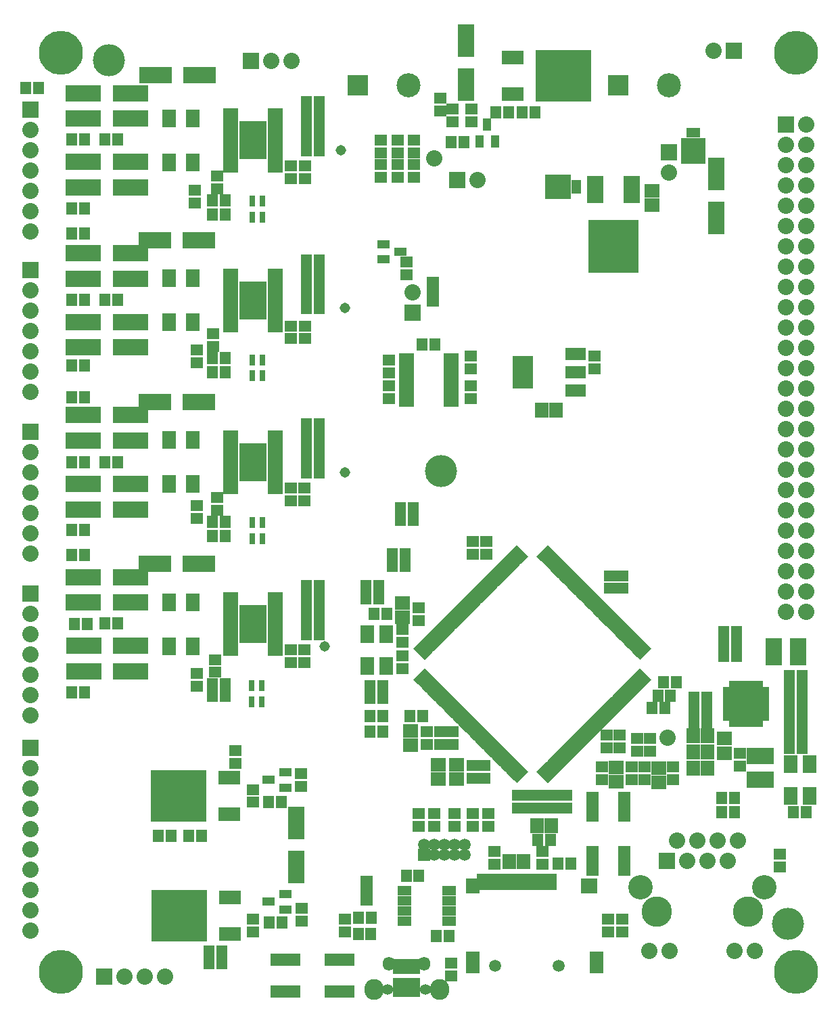
<source format=gts>
G04 (created by PCBNEW-RS274X (2012-01-19 BZR 3256)-stable) date 19/07/2014 16:24:45*
G01*
G70*
G90*
%MOIN*%
G04 Gerber Fmt 3.4, Leading zero omitted, Abs format*
%FSLAX34Y34*%
G04 APERTURE LIST*
%ADD10C,0.006000*%
%ADD11C,0.216900*%
%ADD12R,0.098700X0.098700*%
%ADD13C,0.118400*%
%ADD14R,0.134200X0.094800*%
%ADD15O,0.059400X0.069200*%
%ADD16R,0.035700X0.073100*%
%ADD17O,0.094800X0.102700*%
%ADD18C,0.053500*%
%ADD19R,0.083000X0.138100*%
%ADD20R,0.248300X0.264100*%
%ADD21R,0.080000X0.080000*%
%ADD22C,0.080000*%
%ADD23R,0.077900X0.036500*%
%ADD24R,0.138100X0.190100*%
%ADD25R,0.059400X0.146000*%
%ADD26R,0.146000X0.059400*%
%ADD27R,0.059400X0.043600*%
%ADD28R,0.043600X0.059400*%
%ADD29R,0.100000X0.164000*%
%ADD30R,0.100000X0.060000*%
%ADD31R,0.161700X0.083000*%
%ADD32R,0.083000X0.161700*%
%ADD33R,0.057400X0.059400*%
%ADD34R,0.059400X0.057400*%
%ADD35R,0.065300X0.090900*%
%ADD36R,0.065300X0.077100*%
%ADD37R,0.077100X0.065300*%
%ADD38R,0.110600X0.071200*%
%ADD39R,0.275900X0.252300*%
%ADD40R,0.134200X0.079100*%
%ADD41R,0.079100X0.134200*%
%ADD42R,0.059400X0.059400*%
%ADD43C,0.059400*%
%ADD44R,0.063300X0.098700*%
%ADD45R,0.063300X0.051500*%
%ADD46R,0.067200X0.106600*%
%ADD47R,0.067200X0.075100*%
%ADD48R,0.083000X0.075100*%
%ADD49R,0.047600X0.083000*%
%ADD50R,0.070000X0.045000*%
%ADD51R,0.029800X0.043600*%
%ADD52R,0.043600X0.029800*%
%ADD53R,0.149900X0.149900*%
%ADD54R,0.120000X0.125100*%
%ADD55R,0.070000X0.050000*%
%ADD56R,0.125100X0.120000*%
%ADD57R,0.050000X0.070000*%
%ADD58C,0.149900*%
%ADD59C,0.120000*%
%ADD60R,0.067200X0.090900*%
%ADD61C,0.051500*%
%ADD62C,0.157600*%
%ADD63R,0.029000X0.054000*%
%ADD64R,0.173500X0.079800*%
G04 APERTURE END LIST*
G54D10*
G54D11*
X02754Y01575D03*
G54D12*
X17390Y45236D03*
G54D13*
X19890Y45236D03*
G54D14*
X19781Y00787D03*
G54D15*
X18905Y01968D03*
G54D16*
X19781Y01840D03*
X19525Y01840D03*
X19269Y01840D03*
X20037Y01840D03*
X20293Y01840D03*
G54D15*
X20657Y01968D03*
G54D17*
X21395Y00716D03*
X18167Y00716D03*
G54D18*
X20716Y00716D03*
X18846Y00716D03*
G54D19*
X30890Y40115D03*
G54D20*
X29990Y37288D03*
G54D19*
X29090Y40115D03*
G54D21*
X12114Y46430D03*
G54D22*
X13114Y46430D03*
X14114Y46430D03*
G54D23*
X13303Y34515D03*
X13303Y34771D03*
X13303Y35027D03*
X13303Y35283D03*
X11101Y33751D03*
X13303Y33747D03*
X13303Y34003D03*
X13303Y34259D03*
X11099Y35539D03*
X11099Y35283D03*
X11099Y35027D03*
X11099Y34771D03*
X11099Y34515D03*
X11099Y34259D03*
X13303Y35539D03*
X11101Y34003D03*
X13303Y33491D03*
X13303Y35795D03*
X11099Y35795D03*
X11099Y33491D03*
X13303Y33236D03*
X13303Y36050D03*
X11099Y36050D03*
X11099Y33236D03*
G54D24*
X12201Y34643D03*
G54D23*
X13302Y26542D03*
X13302Y26798D03*
X13302Y27054D03*
X13302Y27310D03*
X11100Y25778D03*
X13302Y25774D03*
X13302Y26030D03*
X13302Y26286D03*
X11098Y27566D03*
X11098Y27310D03*
X11098Y27054D03*
X11098Y26798D03*
X11098Y26542D03*
X11098Y26286D03*
X13302Y27566D03*
X11100Y26030D03*
X13302Y25518D03*
X13302Y27822D03*
X11098Y27822D03*
X11098Y25518D03*
X13302Y25263D03*
X13302Y28077D03*
X11098Y28077D03*
X11098Y25263D03*
G54D24*
X12200Y26670D03*
G54D23*
X13302Y18571D03*
X13302Y18827D03*
X13302Y19083D03*
X13302Y19339D03*
X11100Y17807D03*
X13302Y17803D03*
X13302Y18059D03*
X13302Y18315D03*
X11098Y19595D03*
X11098Y19339D03*
X11098Y19083D03*
X11098Y18827D03*
X11098Y18571D03*
X11098Y18315D03*
X13302Y19595D03*
X11100Y18059D03*
X13302Y17547D03*
X13302Y19851D03*
X11098Y19851D03*
X11098Y17547D03*
X13302Y17292D03*
X13302Y20106D03*
X11098Y20106D03*
X11098Y17292D03*
G54D24*
X12200Y18699D03*
G54D23*
X13304Y42391D03*
X13304Y42647D03*
X13304Y42903D03*
X13304Y43159D03*
X11102Y41627D03*
X13304Y41623D03*
X13304Y41879D03*
X13304Y42135D03*
X11100Y43415D03*
X11100Y43159D03*
X11100Y42903D03*
X11100Y42647D03*
X11100Y42391D03*
X11100Y42135D03*
X13304Y43415D03*
X11102Y41879D03*
X13304Y41367D03*
X13304Y43671D03*
X11100Y43671D03*
X11100Y41367D03*
X13304Y41112D03*
X13304Y43926D03*
X11100Y43926D03*
X11100Y41112D03*
G54D24*
X12202Y42519D03*
G54D23*
X19762Y30837D03*
X19762Y30581D03*
X19762Y30325D03*
X19762Y30069D03*
X21964Y31601D03*
X19762Y31605D03*
X19762Y31349D03*
X19762Y31093D03*
X21966Y29813D03*
X21966Y30069D03*
X21966Y30325D03*
X21966Y30581D03*
X21966Y30837D03*
X21966Y31093D03*
X19762Y29813D03*
X21964Y31349D03*
X19762Y31861D03*
X19762Y29557D03*
X21966Y29557D03*
X21966Y31861D03*
G54D25*
X30509Y07027D03*
X30509Y09705D03*
X28935Y09705D03*
X28935Y07027D03*
G54D26*
X13816Y00591D03*
X16494Y00591D03*
X16494Y02165D03*
X13816Y02165D03*
G54D27*
X13800Y04645D03*
X12968Y05020D03*
X13800Y05395D03*
X13800Y10649D03*
X12968Y11024D03*
X13800Y11399D03*
G54D28*
X23383Y42478D03*
X23758Y43310D03*
X24133Y42478D03*
G54D29*
X25509Y31106D03*
G54D30*
X28109Y31106D03*
X28109Y32006D03*
X28109Y30206D03*
G54D31*
X09577Y45748D03*
X07411Y45748D03*
X09546Y21654D03*
X07380Y21654D03*
X09546Y37598D03*
X07380Y37598D03*
X09546Y29626D03*
X07380Y29626D03*
G54D32*
X35029Y40855D03*
X35029Y38689D03*
G54D33*
X35411Y18307D03*
X36041Y18307D03*
X39288Y16142D03*
X38658Y16142D03*
X39288Y15551D03*
X38658Y15551D03*
X35411Y17717D03*
X36041Y17717D03*
X35411Y17126D03*
X36041Y17126D03*
X39288Y14370D03*
X38658Y14370D03*
X39288Y14961D03*
X38658Y14961D03*
X33934Y14469D03*
X34564Y14469D03*
X33934Y15059D03*
X34564Y15059D03*
X38658Y13189D03*
X39288Y13189D03*
G54D34*
X22045Y43445D03*
X22045Y44075D03*
X22990Y43445D03*
X22990Y44075D03*
X12202Y09921D03*
X12202Y10551D03*
X18896Y29803D03*
X18896Y30433D03*
X20372Y09370D03*
X20372Y08740D03*
G54D33*
X20096Y23819D03*
X19466Y23819D03*
G54D34*
X16731Y03524D03*
X16731Y04154D03*
G54D33*
X17990Y14173D03*
X18620Y14173D03*
X17990Y13386D03*
X18620Y13386D03*
X39289Y13780D03*
X38659Y13780D03*
X33934Y13878D03*
X34564Y13878D03*
G54D34*
X29722Y04154D03*
X29722Y03524D03*
X30411Y03524D03*
X30411Y04154D03*
G54D33*
X13601Y09942D03*
X12971Y09942D03*
X13640Y04016D03*
X13010Y04016D03*
G54D34*
X12222Y04154D03*
X12222Y03524D03*
X18896Y31713D03*
X18896Y31083D03*
G54D33*
X19703Y21555D03*
X19073Y21555D03*
G54D34*
X31159Y12441D03*
X31159Y13071D03*
G54D33*
X18423Y19980D03*
X17793Y19980D03*
X38856Y09449D03*
X39486Y09449D03*
X39289Y12598D03*
X38659Y12598D03*
X35313Y10138D03*
X35943Y10138D03*
X35313Y09449D03*
X35943Y09449D03*
X19703Y22146D03*
X19073Y22146D03*
X20096Y24409D03*
X19466Y24409D03*
G54D34*
X31789Y12441D03*
X31789Y13071D03*
G54D33*
X18423Y20571D03*
X17793Y20571D03*
G54D34*
X09447Y31575D03*
X09447Y32205D03*
G54D33*
X15470Y35433D03*
X14840Y35433D03*
X14841Y34839D03*
X15471Y34839D03*
X18620Y15650D03*
X17990Y15650D03*
X14840Y34252D03*
X15470Y34252D03*
G54D34*
X14762Y33382D03*
X14762Y32752D03*
G54D33*
X14840Y36024D03*
X15470Y36024D03*
G54D34*
X14073Y32752D03*
X14073Y33382D03*
X09447Y15630D03*
X09447Y16260D03*
G54D33*
X15470Y19390D03*
X14840Y19390D03*
X14839Y18796D03*
X15469Y18796D03*
G54D34*
X21159Y09370D03*
X21159Y08740D03*
G54D33*
X14840Y18209D03*
X15470Y18209D03*
G54D34*
X14760Y17438D03*
X14760Y16808D03*
G54D33*
X14840Y19980D03*
X15470Y19980D03*
G54D34*
X14071Y16808D03*
X14071Y17438D03*
X09348Y39449D03*
X09348Y40079D03*
G54D33*
X15470Y43209D03*
X14840Y43209D03*
X14842Y42617D03*
X15472Y42617D03*
X14840Y42028D03*
X15470Y42028D03*
G54D34*
X14763Y41258D03*
X14763Y40628D03*
G54D33*
X14840Y43799D03*
X15470Y43799D03*
G54D34*
X14074Y40628D03*
X14074Y41258D03*
X09447Y23898D03*
X09447Y24528D03*
G54D33*
X15470Y27362D03*
X14840Y27362D03*
X14840Y26768D03*
X15470Y26768D03*
X14840Y26181D03*
X15470Y26181D03*
G54D34*
X14761Y25410D03*
X14761Y24780D03*
G54D33*
X14840Y27953D03*
X15470Y27953D03*
G54D34*
X14072Y24780D03*
X14072Y25410D03*
X22144Y09370D03*
X22144Y08740D03*
G54D35*
X09250Y41437D03*
X08068Y41437D03*
G54D36*
X33895Y12402D03*
X34603Y12402D03*
X33895Y13189D03*
X34603Y13189D03*
G54D33*
X17400Y03445D03*
X18015Y03445D03*
G54D37*
X35431Y13052D03*
X35431Y12344D03*
G54D36*
X26435Y29248D03*
X27143Y29248D03*
G54D35*
X09250Y25591D03*
X08068Y25591D03*
X09250Y27756D03*
X08068Y27756D03*
X09250Y43602D03*
X08068Y43602D03*
X09250Y33563D03*
X08068Y33563D03*
X09250Y17618D03*
X08068Y17618D03*
X09250Y35728D03*
X08068Y35728D03*
X09250Y19783D03*
X08068Y19783D03*
G54D34*
X22932Y31279D03*
X22932Y31909D03*
G54D38*
X11063Y03431D03*
G54D39*
X08563Y04331D03*
G54D38*
X11063Y05231D03*
X11061Y09336D03*
G54D39*
X08561Y10236D03*
G54D38*
X11061Y11136D03*
X25018Y46609D03*
G54D39*
X27518Y45709D03*
G54D38*
X25018Y44809D03*
G54D33*
X08187Y08268D03*
X07557Y08268D03*
X10667Y02003D03*
X10037Y02003D03*
X24821Y43898D03*
X24191Y43898D03*
X10052Y02578D03*
X10667Y02578D03*
X09663Y08268D03*
X09048Y08268D03*
X26100Y43898D03*
X25485Y43898D03*
G54D21*
X01248Y44019D03*
G54D22*
X01248Y43019D03*
X01248Y42019D03*
X01248Y41019D03*
X01248Y40019D03*
X01248Y39019D03*
X01248Y38019D03*
G54D21*
X01248Y36143D03*
G54D22*
X01248Y35143D03*
X01248Y34143D03*
X01248Y33143D03*
X01248Y32143D03*
X01248Y31143D03*
X01248Y30143D03*
G54D21*
X01248Y28170D03*
G54D22*
X01248Y27170D03*
X01248Y26170D03*
X01248Y25170D03*
X01248Y24170D03*
X01248Y23170D03*
X01248Y22170D03*
G54D21*
X01248Y20199D03*
G54D22*
X01248Y19199D03*
X01248Y18199D03*
X01248Y17199D03*
X01248Y16199D03*
X01248Y15199D03*
X01248Y14199D03*
G54D21*
X35911Y46929D03*
G54D22*
X34911Y46929D03*
G54D34*
X22932Y30432D03*
X22932Y29802D03*
X36218Y12323D03*
X36218Y11693D03*
G54D40*
X37203Y12205D03*
X37203Y11023D03*
G54D41*
X37891Y17323D03*
X39073Y17323D03*
G54D36*
X34604Y11614D03*
X33896Y11614D03*
G54D33*
X10844Y31791D03*
X10214Y31791D03*
X10844Y39567D03*
X10214Y39567D03*
X10844Y15748D03*
X10214Y15748D03*
X10844Y23720D03*
X10214Y23720D03*
X10214Y31102D03*
X10829Y31102D03*
X10214Y38878D03*
X10829Y38878D03*
X10214Y15157D03*
X10829Y15157D03*
X10214Y23031D03*
X10829Y23031D03*
X14840Y28543D03*
X15470Y28543D03*
X14840Y44390D03*
X15470Y44390D03*
X14840Y36614D03*
X15470Y36614D03*
X14840Y20571D03*
X15470Y20571D03*
G54D36*
X25549Y06988D03*
X24841Y06988D03*
G54D42*
X20651Y07329D03*
G54D43*
X20651Y07829D03*
X21151Y07329D03*
X21151Y07829D03*
X21651Y07329D03*
X21651Y07829D03*
X22151Y07329D03*
X22151Y07829D03*
X22651Y07329D03*
X22651Y07829D03*
G54D44*
X17813Y05807D03*
G54D45*
X17813Y05059D03*
G54D43*
X24140Y01870D03*
X27282Y01870D03*
G54D46*
X23030Y02027D03*
X29132Y02027D03*
G54D47*
X23030Y05807D03*
G54D48*
X28778Y05807D03*
G54D49*
X26947Y06004D03*
X26514Y06004D03*
X26081Y06004D03*
X25648Y06004D03*
X25215Y06004D03*
X24782Y06004D03*
X24349Y06004D03*
X23916Y06004D03*
X23483Y06004D03*
G54D34*
X32911Y11024D03*
X32911Y11654D03*
X30864Y11024D03*
X30864Y11654D03*
G54D33*
X18187Y19193D03*
X18817Y19193D03*
G54D34*
X27655Y10256D03*
X27655Y09626D03*
G54D33*
X26258Y08071D03*
X26888Y08071D03*
G54D34*
X20766Y13406D03*
X20766Y12776D03*
G54D10*
G36*
X25554Y21813D02*
X24995Y22372D01*
X25214Y22591D01*
X25773Y22032D01*
X25554Y21813D01*
X25554Y21813D01*
G37*
G36*
X25414Y21674D02*
X24855Y22233D01*
X25074Y22452D01*
X25633Y21893D01*
X25414Y21674D01*
X25414Y21674D01*
G37*
G36*
X25275Y21535D02*
X24716Y22094D01*
X24935Y22313D01*
X25494Y21754D01*
X25275Y21535D01*
X25275Y21535D01*
G37*
G36*
X25136Y21395D02*
X24577Y21954D01*
X24796Y22173D01*
X25355Y21614D01*
X25136Y21395D01*
X25136Y21395D01*
G37*
G36*
X24997Y21256D02*
X24438Y21815D01*
X24657Y22034D01*
X25216Y21475D01*
X24997Y21256D01*
X24997Y21256D01*
G37*
G36*
X24858Y21117D02*
X24299Y21676D01*
X24518Y21895D01*
X25077Y21336D01*
X24858Y21117D01*
X24858Y21117D01*
G37*
G36*
X24719Y20978D02*
X24160Y21537D01*
X24379Y21756D01*
X24938Y21197D01*
X24719Y20978D01*
X24719Y20978D01*
G37*
G36*
X24579Y20839D02*
X24020Y21398D01*
X24239Y21617D01*
X24798Y21058D01*
X24579Y20839D01*
X24579Y20839D01*
G37*
G36*
X24440Y20699D02*
X23881Y21258D01*
X24100Y21477D01*
X24659Y20918D01*
X24440Y20699D01*
X24440Y20699D01*
G37*
G36*
X24301Y20560D02*
X23742Y21119D01*
X23961Y21338D01*
X24520Y20779D01*
X24301Y20560D01*
X24301Y20560D01*
G37*
G36*
X24161Y20421D02*
X23602Y20980D01*
X23821Y21199D01*
X24380Y20640D01*
X24161Y20421D01*
X24161Y20421D01*
G37*
G36*
X24023Y20282D02*
X23464Y20841D01*
X23683Y21060D01*
X24242Y20501D01*
X24023Y20282D01*
X24023Y20282D01*
G37*
G36*
X23884Y20143D02*
X23325Y20702D01*
X23544Y20921D01*
X24103Y20362D01*
X23884Y20143D01*
X23884Y20143D01*
G37*
G36*
X23744Y20004D02*
X23185Y20563D01*
X23404Y20782D01*
X23963Y20223D01*
X23744Y20004D01*
X23744Y20004D01*
G37*
G36*
X23605Y19864D02*
X23046Y20423D01*
X23265Y20642D01*
X23824Y20083D01*
X23605Y19864D01*
X23605Y19864D01*
G37*
G36*
X23466Y19725D02*
X22907Y20284D01*
X23126Y20503D01*
X23685Y19944D01*
X23466Y19725D01*
X23466Y19725D01*
G37*
G36*
X23326Y19586D02*
X22767Y20145D01*
X22986Y20364D01*
X23545Y19805D01*
X23326Y19586D01*
X23326Y19586D01*
G37*
G36*
X23187Y19446D02*
X22628Y20005D01*
X22847Y20224D01*
X23406Y19665D01*
X23187Y19446D01*
X23187Y19446D01*
G37*
G36*
X23049Y19308D02*
X22490Y19867D01*
X22709Y20086D01*
X23268Y19527D01*
X23049Y19308D01*
X23049Y19308D01*
G37*
G36*
X22909Y19169D02*
X22350Y19728D01*
X22569Y19947D01*
X23128Y19388D01*
X22909Y19169D01*
X22909Y19169D01*
G37*
G36*
X22770Y19029D02*
X22211Y19588D01*
X22430Y19807D01*
X22989Y19248D01*
X22770Y19029D01*
X22770Y19029D01*
G37*
G36*
X22631Y18890D02*
X22072Y19449D01*
X22291Y19668D01*
X22850Y19109D01*
X22631Y18890D01*
X22631Y18890D01*
G37*
G36*
X22491Y18751D02*
X21932Y19310D01*
X22151Y19529D01*
X22710Y18970D01*
X22491Y18751D01*
X22491Y18751D01*
G37*
G36*
X22352Y18611D02*
X21793Y19170D01*
X22012Y19389D01*
X22571Y18830D01*
X22352Y18611D01*
X22352Y18611D01*
G37*
G36*
X22213Y18472D02*
X21654Y19031D01*
X21873Y19250D01*
X22432Y18691D01*
X22213Y18472D01*
X22213Y18472D01*
G37*
G36*
X22074Y18334D02*
X21515Y18893D01*
X21734Y19112D01*
X22293Y18553D01*
X22074Y18334D01*
X22074Y18334D01*
G37*
G36*
X21935Y18194D02*
X21376Y18753D01*
X21595Y18972D01*
X22154Y18413D01*
X21935Y18194D01*
X21935Y18194D01*
G37*
G36*
X21796Y18055D02*
X21237Y18614D01*
X21456Y18833D01*
X22015Y18274D01*
X21796Y18055D01*
X21796Y18055D01*
G37*
G36*
X21656Y17916D02*
X21097Y18475D01*
X21316Y18694D01*
X21875Y18135D01*
X21656Y17916D01*
X21656Y17916D01*
G37*
G36*
X21517Y17776D02*
X20958Y18335D01*
X21177Y18554D01*
X21736Y17995D01*
X21517Y17776D01*
X21517Y17776D01*
G37*
G36*
X21378Y17637D02*
X20819Y18196D01*
X21038Y18415D01*
X21597Y17856D01*
X21378Y17637D01*
X21378Y17637D01*
G37*
G36*
X21239Y17498D02*
X20680Y18057D01*
X20899Y18276D01*
X21458Y17717D01*
X21239Y17498D01*
X21239Y17498D01*
G37*
G36*
X21100Y17359D02*
X20541Y17918D01*
X20760Y18137D01*
X21319Y17578D01*
X21100Y17359D01*
X21100Y17359D01*
G37*
G36*
X20960Y17220D02*
X20401Y17779D01*
X20620Y17998D01*
X21179Y17439D01*
X20960Y17220D01*
X20960Y17220D01*
G37*
G36*
X20821Y17081D02*
X20262Y17640D01*
X20481Y17859D01*
X21040Y17300D01*
X20821Y17081D01*
X20821Y17081D01*
G37*
G36*
X20682Y16941D02*
X20123Y17500D01*
X20342Y17719D01*
X20901Y17160D01*
X20682Y16941D01*
X20682Y16941D01*
G37*
G36*
X26750Y10873D02*
X26191Y11432D01*
X26410Y11651D01*
X26969Y11092D01*
X26750Y10873D01*
X26750Y10873D01*
G37*
G36*
X26890Y11012D02*
X26331Y11571D01*
X26550Y11790D01*
X27109Y11231D01*
X26890Y11012D01*
X26890Y11012D01*
G37*
G36*
X27029Y11151D02*
X26470Y11710D01*
X26689Y11929D01*
X27248Y11370D01*
X27029Y11151D01*
X27029Y11151D01*
G37*
G36*
X27168Y11291D02*
X26609Y11850D01*
X26828Y12069D01*
X27387Y11510D01*
X27168Y11291D01*
X27168Y11291D01*
G37*
G36*
X27307Y11430D02*
X26748Y11989D01*
X26967Y12208D01*
X27526Y11649D01*
X27307Y11430D01*
X27307Y11430D01*
G37*
G36*
X27446Y11569D02*
X26887Y12128D01*
X27106Y12347D01*
X27665Y11788D01*
X27446Y11569D01*
X27446Y11569D01*
G37*
G36*
X27585Y11708D02*
X27026Y12267D01*
X27245Y12486D01*
X27804Y11927D01*
X27585Y11708D01*
X27585Y11708D01*
G37*
G36*
X27725Y11847D02*
X27166Y12406D01*
X27385Y12625D01*
X27944Y12066D01*
X27725Y11847D01*
X27725Y11847D01*
G37*
G36*
X27864Y11987D02*
X27305Y12546D01*
X27524Y12765D01*
X28083Y12206D01*
X27864Y11987D01*
X27864Y11987D01*
G37*
G36*
X28003Y12126D02*
X27444Y12685D01*
X27663Y12904D01*
X28222Y12345D01*
X28003Y12126D01*
X28003Y12126D01*
G37*
G36*
X28143Y12265D02*
X27584Y12824D01*
X27803Y13043D01*
X28362Y12484D01*
X28143Y12265D01*
X28143Y12265D01*
G37*
G36*
X28281Y12404D02*
X27722Y12963D01*
X27941Y13182D01*
X28500Y12623D01*
X28281Y12404D01*
X28281Y12404D01*
G37*
G36*
X28420Y12543D02*
X27861Y13102D01*
X28080Y13321D01*
X28639Y12762D01*
X28420Y12543D01*
X28420Y12543D01*
G37*
G36*
X28560Y12682D02*
X28001Y13241D01*
X28220Y13460D01*
X28779Y12901D01*
X28560Y12682D01*
X28560Y12682D01*
G37*
G36*
X28699Y12822D02*
X28140Y13381D01*
X28359Y13600D01*
X28918Y13041D01*
X28699Y12822D01*
X28699Y12822D01*
G37*
G36*
X28838Y12961D02*
X28279Y13520D01*
X28498Y13739D01*
X29057Y13180D01*
X28838Y12961D01*
X28838Y12961D01*
G37*
G36*
X28978Y13100D02*
X28419Y13659D01*
X28638Y13878D01*
X29197Y13319D01*
X28978Y13100D01*
X28978Y13100D01*
G37*
G36*
X29117Y13240D02*
X28558Y13799D01*
X28777Y14018D01*
X29336Y13459D01*
X29117Y13240D01*
X29117Y13240D01*
G37*
G36*
X29255Y13378D02*
X28696Y13937D01*
X28915Y14156D01*
X29474Y13597D01*
X29255Y13378D01*
X29255Y13378D01*
G37*
G36*
X29395Y13517D02*
X28836Y14076D01*
X29055Y14295D01*
X29614Y13736D01*
X29395Y13517D01*
X29395Y13517D01*
G37*
G36*
X29534Y13657D02*
X28975Y14216D01*
X29194Y14435D01*
X29753Y13876D01*
X29534Y13657D01*
X29534Y13657D01*
G37*
G36*
X29673Y13796D02*
X29114Y14355D01*
X29333Y14574D01*
X29892Y14015D01*
X29673Y13796D01*
X29673Y13796D01*
G37*
G36*
X29813Y13935D02*
X29254Y14494D01*
X29473Y14713D01*
X30032Y14154D01*
X29813Y13935D01*
X29813Y13935D01*
G37*
G36*
X29952Y14075D02*
X29393Y14634D01*
X29612Y14853D01*
X30171Y14294D01*
X29952Y14075D01*
X29952Y14075D01*
G37*
G36*
X30091Y14214D02*
X29532Y14773D01*
X29751Y14992D01*
X30310Y14433D01*
X30091Y14214D01*
X30091Y14214D01*
G37*
G36*
X30230Y14352D02*
X29671Y14911D01*
X29890Y15130D01*
X30449Y14571D01*
X30230Y14352D01*
X30230Y14352D01*
G37*
G36*
X30369Y14492D02*
X29810Y15051D01*
X30029Y15270D01*
X30588Y14711D01*
X30369Y14492D01*
X30369Y14492D01*
G37*
G36*
X30508Y14631D02*
X29949Y15190D01*
X30168Y15409D01*
X30727Y14850D01*
X30508Y14631D01*
X30508Y14631D01*
G37*
G36*
X30648Y14770D02*
X30089Y15329D01*
X30308Y15548D01*
X30867Y14989D01*
X30648Y14770D01*
X30648Y14770D01*
G37*
G36*
X30787Y14910D02*
X30228Y15469D01*
X30447Y15688D01*
X31006Y15129D01*
X30787Y14910D01*
X30787Y14910D01*
G37*
G36*
X30926Y15049D02*
X30367Y15608D01*
X30586Y15827D01*
X31145Y15268D01*
X30926Y15049D01*
X30926Y15049D01*
G37*
G36*
X31065Y15188D02*
X30506Y15747D01*
X30725Y15966D01*
X31284Y15407D01*
X31065Y15188D01*
X31065Y15188D01*
G37*
G36*
X31204Y15327D02*
X30645Y15886D01*
X30864Y16105D01*
X31423Y15546D01*
X31204Y15327D01*
X31204Y15327D01*
G37*
G36*
X31344Y15466D02*
X30785Y16025D01*
X31004Y16244D01*
X31563Y15685D01*
X31344Y15466D01*
X31344Y15466D01*
G37*
G36*
X31483Y15605D02*
X30924Y16164D01*
X31143Y16383D01*
X31702Y15824D01*
X31483Y15605D01*
X31483Y15605D01*
G37*
G36*
X31622Y15745D02*
X31063Y16304D01*
X31282Y16523D01*
X31841Y15964D01*
X31622Y15745D01*
X31622Y15745D01*
G37*
G36*
X20342Y15745D02*
X20123Y15964D01*
X20682Y16523D01*
X20901Y16304D01*
X20342Y15745D01*
X20342Y15745D01*
G37*
G36*
X20481Y15605D02*
X20262Y15824D01*
X20821Y16383D01*
X21040Y16164D01*
X20481Y15605D01*
X20481Y15605D01*
G37*
G36*
X20620Y15466D02*
X20401Y15685D01*
X20960Y16244D01*
X21179Y16025D01*
X20620Y15466D01*
X20620Y15466D01*
G37*
G36*
X20760Y15327D02*
X20541Y15546D01*
X21100Y16105D01*
X21319Y15886D01*
X20760Y15327D01*
X20760Y15327D01*
G37*
G36*
X20899Y15188D02*
X20680Y15407D01*
X21239Y15966D01*
X21458Y15747D01*
X20899Y15188D01*
X20899Y15188D01*
G37*
G36*
X21038Y15049D02*
X20819Y15268D01*
X21378Y15827D01*
X21597Y15608D01*
X21038Y15049D01*
X21038Y15049D01*
G37*
G36*
X21177Y14910D02*
X20958Y15129D01*
X21517Y15688D01*
X21736Y15469D01*
X21177Y14910D01*
X21177Y14910D01*
G37*
G36*
X21316Y14770D02*
X21097Y14989D01*
X21656Y15548D01*
X21875Y15329D01*
X21316Y14770D01*
X21316Y14770D01*
G37*
G36*
X21456Y14631D02*
X21237Y14850D01*
X21796Y15409D01*
X22015Y15190D01*
X21456Y14631D01*
X21456Y14631D01*
G37*
G36*
X21595Y14492D02*
X21376Y14711D01*
X21935Y15270D01*
X22154Y15051D01*
X21595Y14492D01*
X21595Y14492D01*
G37*
G36*
X21734Y14352D02*
X21515Y14571D01*
X22074Y15130D01*
X22293Y14911D01*
X21734Y14352D01*
X21734Y14352D01*
G37*
G36*
X21873Y14214D02*
X21654Y14433D01*
X22213Y14992D01*
X22432Y14773D01*
X21873Y14214D01*
X21873Y14214D01*
G37*
G36*
X22012Y14075D02*
X21793Y14294D01*
X22352Y14853D01*
X22571Y14634D01*
X22012Y14075D01*
X22012Y14075D01*
G37*
G36*
X22151Y13935D02*
X21932Y14154D01*
X22491Y14713D01*
X22710Y14494D01*
X22151Y13935D01*
X22151Y13935D01*
G37*
G36*
X22291Y13796D02*
X22072Y14015D01*
X22631Y14574D01*
X22850Y14355D01*
X22291Y13796D01*
X22291Y13796D01*
G37*
G36*
X22430Y13657D02*
X22211Y13876D01*
X22770Y14435D01*
X22989Y14216D01*
X22430Y13657D01*
X22430Y13657D01*
G37*
G36*
X22569Y13517D02*
X22350Y13736D01*
X22909Y14295D01*
X23128Y14076D01*
X22569Y13517D01*
X22569Y13517D01*
G37*
G36*
X22709Y13378D02*
X22490Y13597D01*
X23049Y14156D01*
X23268Y13937D01*
X22709Y13378D01*
X22709Y13378D01*
G37*
G36*
X22847Y13240D02*
X22628Y13459D01*
X23187Y14018D01*
X23406Y13799D01*
X22847Y13240D01*
X22847Y13240D01*
G37*
G36*
X22986Y13100D02*
X22767Y13319D01*
X23326Y13878D01*
X23545Y13659D01*
X22986Y13100D01*
X22986Y13100D01*
G37*
G36*
X23126Y12961D02*
X22907Y13180D01*
X23466Y13739D01*
X23685Y13520D01*
X23126Y12961D01*
X23126Y12961D01*
G37*
G36*
X23265Y12822D02*
X23046Y13041D01*
X23605Y13600D01*
X23824Y13381D01*
X23265Y12822D01*
X23265Y12822D01*
G37*
G36*
X23404Y12682D02*
X23185Y12901D01*
X23744Y13460D01*
X23963Y13241D01*
X23404Y12682D01*
X23404Y12682D01*
G37*
G36*
X23544Y12543D02*
X23325Y12762D01*
X23884Y13321D01*
X24103Y13102D01*
X23544Y12543D01*
X23544Y12543D01*
G37*
G36*
X23683Y12404D02*
X23464Y12623D01*
X24023Y13182D01*
X24242Y12963D01*
X23683Y12404D01*
X23683Y12404D01*
G37*
G36*
X23821Y12265D02*
X23602Y12484D01*
X24161Y13043D01*
X24380Y12824D01*
X23821Y12265D01*
X23821Y12265D01*
G37*
G36*
X23961Y12126D02*
X23742Y12345D01*
X24301Y12904D01*
X24520Y12685D01*
X23961Y12126D01*
X23961Y12126D01*
G37*
G36*
X24100Y11987D02*
X23881Y12206D01*
X24440Y12765D01*
X24659Y12546D01*
X24100Y11987D01*
X24100Y11987D01*
G37*
G36*
X24239Y11847D02*
X24020Y12066D01*
X24579Y12625D01*
X24798Y12406D01*
X24239Y11847D01*
X24239Y11847D01*
G37*
G36*
X24379Y11708D02*
X24160Y11927D01*
X24719Y12486D01*
X24938Y12267D01*
X24379Y11708D01*
X24379Y11708D01*
G37*
G36*
X24518Y11569D02*
X24299Y11788D01*
X24858Y12347D01*
X25077Y12128D01*
X24518Y11569D01*
X24518Y11569D01*
G37*
G36*
X24657Y11430D02*
X24438Y11649D01*
X24997Y12208D01*
X25216Y11989D01*
X24657Y11430D01*
X24657Y11430D01*
G37*
G36*
X24796Y11291D02*
X24577Y11510D01*
X25136Y12069D01*
X25355Y11850D01*
X24796Y11291D01*
X24796Y11291D01*
G37*
G36*
X24935Y11151D02*
X24716Y11370D01*
X25275Y11929D01*
X25494Y11710D01*
X24935Y11151D01*
X24935Y11151D01*
G37*
G36*
X25074Y11012D02*
X24855Y11231D01*
X25414Y11790D01*
X25633Y11571D01*
X25074Y11012D01*
X25074Y11012D01*
G37*
G36*
X25214Y10873D02*
X24995Y11092D01*
X25554Y11651D01*
X25773Y11432D01*
X25214Y10873D01*
X25214Y10873D01*
G37*
G36*
X31282Y16941D02*
X31063Y17160D01*
X31622Y17719D01*
X31841Y17500D01*
X31282Y16941D01*
X31282Y16941D01*
G37*
G36*
X31143Y17081D02*
X30924Y17300D01*
X31483Y17859D01*
X31702Y17640D01*
X31143Y17081D01*
X31143Y17081D01*
G37*
G36*
X31004Y17220D02*
X30785Y17439D01*
X31344Y17998D01*
X31563Y17779D01*
X31004Y17220D01*
X31004Y17220D01*
G37*
G36*
X30864Y17359D02*
X30645Y17578D01*
X31204Y18137D01*
X31423Y17918D01*
X30864Y17359D01*
X30864Y17359D01*
G37*
G36*
X30725Y17498D02*
X30506Y17717D01*
X31065Y18276D01*
X31284Y18057D01*
X30725Y17498D01*
X30725Y17498D01*
G37*
G36*
X30586Y17637D02*
X30367Y17856D01*
X30926Y18415D01*
X31145Y18196D01*
X30586Y17637D01*
X30586Y17637D01*
G37*
G36*
X30447Y17776D02*
X30228Y17995D01*
X30787Y18554D01*
X31006Y18335D01*
X30447Y17776D01*
X30447Y17776D01*
G37*
G36*
X30308Y17916D02*
X30089Y18135D01*
X30648Y18694D01*
X30867Y18475D01*
X30308Y17916D01*
X30308Y17916D01*
G37*
G36*
X30168Y18055D02*
X29949Y18274D01*
X30508Y18833D01*
X30727Y18614D01*
X30168Y18055D01*
X30168Y18055D01*
G37*
G36*
X30029Y18194D02*
X29810Y18413D01*
X30369Y18972D01*
X30588Y18753D01*
X30029Y18194D01*
X30029Y18194D01*
G37*
G36*
X29890Y18334D02*
X29671Y18553D01*
X30230Y19112D01*
X30449Y18893D01*
X29890Y18334D01*
X29890Y18334D01*
G37*
G36*
X29751Y18472D02*
X29532Y18691D01*
X30091Y19250D01*
X30310Y19031D01*
X29751Y18472D01*
X29751Y18472D01*
G37*
G36*
X29612Y18611D02*
X29393Y18830D01*
X29952Y19389D01*
X30171Y19170D01*
X29612Y18611D01*
X29612Y18611D01*
G37*
G36*
X29473Y18751D02*
X29254Y18970D01*
X29813Y19529D01*
X30032Y19310D01*
X29473Y18751D01*
X29473Y18751D01*
G37*
G36*
X29333Y18890D02*
X29114Y19109D01*
X29673Y19668D01*
X29892Y19449D01*
X29333Y18890D01*
X29333Y18890D01*
G37*
G36*
X29194Y19029D02*
X28975Y19248D01*
X29534Y19807D01*
X29753Y19588D01*
X29194Y19029D01*
X29194Y19029D01*
G37*
G36*
X29055Y19169D02*
X28836Y19388D01*
X29395Y19947D01*
X29614Y19728D01*
X29055Y19169D01*
X29055Y19169D01*
G37*
G36*
X28915Y19308D02*
X28696Y19527D01*
X29255Y20086D01*
X29474Y19867D01*
X28915Y19308D01*
X28915Y19308D01*
G37*
G36*
X28777Y19446D02*
X28558Y19665D01*
X29117Y20224D01*
X29336Y20005D01*
X28777Y19446D01*
X28777Y19446D01*
G37*
G36*
X28638Y19586D02*
X28419Y19805D01*
X28978Y20364D01*
X29197Y20145D01*
X28638Y19586D01*
X28638Y19586D01*
G37*
G36*
X28498Y19725D02*
X28279Y19944D01*
X28838Y20503D01*
X29057Y20284D01*
X28498Y19725D01*
X28498Y19725D01*
G37*
G36*
X28359Y19864D02*
X28140Y20083D01*
X28699Y20642D01*
X28918Y20423D01*
X28359Y19864D01*
X28359Y19864D01*
G37*
G36*
X28220Y20004D02*
X28001Y20223D01*
X28560Y20782D01*
X28779Y20563D01*
X28220Y20004D01*
X28220Y20004D01*
G37*
G36*
X28080Y20143D02*
X27861Y20362D01*
X28420Y20921D01*
X28639Y20702D01*
X28080Y20143D01*
X28080Y20143D01*
G37*
G36*
X27941Y20282D02*
X27722Y20501D01*
X28281Y21060D01*
X28500Y20841D01*
X27941Y20282D01*
X27941Y20282D01*
G37*
G36*
X27803Y20421D02*
X27584Y20640D01*
X28143Y21199D01*
X28362Y20980D01*
X27803Y20421D01*
X27803Y20421D01*
G37*
G36*
X27663Y20560D02*
X27444Y20779D01*
X28003Y21338D01*
X28222Y21119D01*
X27663Y20560D01*
X27663Y20560D01*
G37*
G36*
X27524Y20699D02*
X27305Y20918D01*
X27864Y21477D01*
X28083Y21258D01*
X27524Y20699D01*
X27524Y20699D01*
G37*
G36*
X27385Y20839D02*
X27166Y21058D01*
X27725Y21617D01*
X27944Y21398D01*
X27385Y20839D01*
X27385Y20839D01*
G37*
G36*
X27245Y20978D02*
X27026Y21197D01*
X27585Y21756D01*
X27804Y21537D01*
X27245Y20978D01*
X27245Y20978D01*
G37*
G36*
X27106Y21117D02*
X26887Y21336D01*
X27446Y21895D01*
X27665Y21676D01*
X27106Y21117D01*
X27106Y21117D01*
G37*
G36*
X26967Y21256D02*
X26748Y21475D01*
X27307Y22034D01*
X27526Y21815D01*
X26967Y21256D01*
X26967Y21256D01*
G37*
G36*
X26828Y21395D02*
X26609Y21614D01*
X27168Y22173D01*
X27387Y21954D01*
X26828Y21395D01*
X26828Y21395D01*
G37*
G36*
X26689Y21535D02*
X26470Y21754D01*
X27029Y22313D01*
X27248Y22094D01*
X26689Y21535D01*
X26689Y21535D01*
G37*
G36*
X26550Y21674D02*
X26331Y21893D01*
X26890Y22452D01*
X27109Y22233D01*
X26550Y21674D01*
X26550Y21674D01*
G37*
G36*
X26410Y21813D02*
X26191Y22032D01*
X26750Y22591D01*
X26969Y22372D01*
X26410Y21813D01*
X26410Y21813D01*
G37*
G54D37*
X21356Y11771D03*
X21356Y11063D03*
X19585Y19036D03*
X19585Y19744D03*
G54D36*
X26219Y08760D03*
X26927Y08760D03*
G54D37*
X19978Y13445D03*
X19978Y12737D03*
X30116Y11634D03*
X30116Y10926D03*
X32222Y11614D03*
X32222Y10906D03*
G54D33*
X31868Y14567D03*
X32498Y14567D03*
X18030Y04232D03*
X17400Y04232D03*
G54D34*
X19585Y17795D03*
X19585Y18425D03*
X19585Y17146D03*
X19585Y16516D03*
X23620Y11732D03*
X23620Y11102D03*
G54D33*
X32163Y15157D03*
X32793Y15157D03*
G54D34*
X29821Y20453D03*
X29821Y21083D03*
X30411Y20453D03*
X30411Y21083D03*
X21455Y13406D03*
X21455Y12776D03*
X23029Y11732D03*
X23029Y11102D03*
X22045Y13406D03*
X22045Y12776D03*
X20372Y18878D03*
X20372Y19508D03*
X23029Y22126D03*
X23029Y22756D03*
G54D33*
X18620Y15059D03*
X17990Y15059D03*
G54D34*
X27065Y10256D03*
X27065Y09626D03*
X23029Y09370D03*
X23029Y08740D03*
X25884Y10256D03*
X25884Y09626D03*
X23718Y22126D03*
X23718Y22756D03*
G54D33*
X20588Y14173D03*
X19958Y14173D03*
G54D34*
X26474Y09626D03*
X26474Y10256D03*
G54D37*
X22242Y11771D03*
X22242Y11063D03*
G54D33*
X20550Y32480D03*
X21180Y32480D03*
G54D21*
X38474Y43299D03*
G54D22*
X39474Y43299D03*
X38474Y38299D03*
X39474Y42299D03*
X38474Y37299D03*
X39474Y41299D03*
X38474Y36299D03*
X39474Y40299D03*
X38474Y35299D03*
X39474Y39299D03*
X38474Y34299D03*
X39474Y38299D03*
X38474Y33299D03*
X39474Y37299D03*
X38474Y32299D03*
X39474Y36299D03*
X38474Y31299D03*
X39474Y35299D03*
X38474Y30299D03*
X39474Y34299D03*
X38474Y29299D03*
X39474Y33299D03*
X38474Y28299D03*
X39474Y32299D03*
X39474Y31299D03*
X38474Y27299D03*
X39474Y30299D03*
X39474Y28299D03*
X39474Y27299D03*
X39474Y26299D03*
X39474Y25299D03*
X38474Y26299D03*
X38474Y25299D03*
X38474Y42299D03*
X38474Y41299D03*
X38474Y40299D03*
X38474Y39299D03*
X38474Y24299D03*
X39474Y24299D03*
X39474Y29299D03*
X38474Y23299D03*
X39474Y23299D03*
X38474Y22299D03*
X39474Y22299D03*
X38474Y21299D03*
X39474Y21299D03*
X38474Y20299D03*
X39474Y20299D03*
X38474Y19299D03*
X39474Y19299D03*
G54D50*
X21866Y04073D03*
X21866Y04573D03*
X21866Y05073D03*
X21866Y05573D03*
X19666Y05573D03*
X19666Y05073D03*
X19666Y04573D03*
X19666Y04073D03*
G54D33*
X21238Y03346D03*
X21868Y03346D03*
X19762Y06299D03*
X20392Y06299D03*
G54D34*
X19781Y36535D03*
X19781Y35905D03*
X20155Y41319D03*
X20155Y40689D03*
X19348Y41319D03*
X19348Y40689D03*
G54D51*
X35826Y13820D03*
X36023Y13820D03*
X36220Y13820D03*
X36417Y13820D03*
X36613Y13820D03*
X36810Y13820D03*
X37007Y13820D03*
X37204Y13820D03*
G54D52*
X37460Y14862D03*
X37460Y15058D03*
X37460Y15255D03*
X37460Y15452D03*
G54D53*
X36514Y14764D03*
G54D52*
X37460Y14075D03*
X37460Y14272D03*
X37460Y14469D03*
X37460Y14665D03*
G54D51*
X37202Y15708D03*
X37005Y15709D03*
X36809Y15709D03*
X36612Y15709D03*
X36415Y15709D03*
X36218Y15709D03*
X36021Y15709D03*
X35824Y15709D03*
G54D52*
X35569Y15453D03*
X35569Y15256D03*
X35569Y15059D03*
X35569Y14863D03*
X35569Y14666D03*
X35569Y14469D03*
X35569Y14272D03*
X35569Y14075D03*
G54D33*
X03907Y29870D03*
X03277Y29870D03*
G54D54*
X33896Y41988D03*
G54D55*
X33896Y42914D03*
G54D56*
X27230Y40228D03*
G54D57*
X28156Y40228D03*
G54D34*
X10234Y32362D03*
X10234Y32992D03*
X10431Y40138D03*
X10431Y40768D03*
X10333Y16319D03*
X10333Y16949D03*
X10431Y24291D03*
X10431Y24921D03*
G54D58*
X32098Y04528D03*
X36598Y04528D03*
G54D22*
X36098Y08028D03*
X35600Y07028D03*
X35098Y08028D03*
X34600Y07028D03*
X34098Y08028D03*
X33600Y07028D03*
X33098Y08028D03*
G54D59*
X31298Y05729D03*
X37398Y05728D03*
G54D22*
X35956Y02599D03*
X32740Y02599D03*
X36956Y02599D03*
X31740Y02599D03*
G54D21*
X32600Y07028D03*
G54D60*
X38699Y11811D03*
X38699Y10237D03*
X39643Y10237D03*
X39643Y11811D03*
X18777Y16634D03*
X18777Y18208D03*
X17833Y18208D03*
X17833Y16634D03*
G54D61*
X16730Y26181D03*
X16533Y42028D03*
X16730Y34252D03*
X15746Y17618D03*
G54D34*
X25293Y10256D03*
X25293Y09626D03*
X23817Y09370D03*
X23817Y08740D03*
G54D33*
X27242Y06890D03*
X27872Y06890D03*
G54D34*
X26474Y06870D03*
X26474Y07500D03*
G54D33*
X32458Y15846D03*
X33088Y15846D03*
G54D34*
X24112Y06870D03*
X24112Y07500D03*
G54D27*
X18643Y37415D03*
X19475Y37040D03*
X18643Y36665D03*
G54D21*
X32696Y41944D03*
G54D22*
X32696Y40944D03*
G54D21*
X20089Y34050D03*
G54D22*
X20089Y35050D03*
G54D62*
X38581Y03937D03*
X05116Y46457D03*
X21469Y26225D03*
G54D44*
X21079Y34830D03*
G54D45*
X21079Y35578D03*
G54D33*
X22596Y42441D03*
X21966Y42441D03*
G54D34*
X14565Y10709D03*
X14565Y11339D03*
X14604Y04055D03*
X14604Y04685D03*
G54D63*
X12177Y22918D03*
X12677Y22918D03*
X12179Y23706D03*
X12679Y23706D03*
X12181Y31716D03*
X12681Y31716D03*
X12173Y39532D03*
X12673Y39532D03*
X12151Y15652D03*
X12651Y15652D03*
X12151Y14856D03*
X12651Y14856D03*
X12187Y30934D03*
X12687Y30934D03*
X12173Y38732D03*
X12673Y38732D03*
G54D22*
X32638Y13104D03*
X21148Y41630D03*
G54D34*
X38187Y06732D03*
X38187Y07362D03*
X21966Y01378D03*
X21966Y02008D03*
X31514Y11024D03*
X31514Y11654D03*
X29407Y11024D03*
X29407Y11654D03*
G54D21*
X22280Y40558D03*
G54D22*
X23280Y40558D03*
G54D34*
X20155Y41909D03*
X20155Y42524D03*
X19329Y41909D03*
X19329Y42524D03*
X18522Y41909D03*
X18522Y42524D03*
G54D32*
X22695Y47422D03*
X22695Y45256D03*
X14329Y08898D03*
X14329Y06732D03*
G54D33*
X04925Y34663D03*
X05555Y34663D03*
X04915Y42567D03*
X05545Y42567D03*
X03277Y39173D03*
X03907Y39173D03*
X03907Y37929D03*
X03277Y37929D03*
X03278Y34654D03*
X03908Y34654D03*
G54D34*
X21455Y43976D03*
X21455Y44606D03*
G54D33*
X03277Y31433D03*
X03907Y31433D03*
X03907Y22094D03*
X03277Y22094D03*
X03411Y18705D03*
X04041Y18705D03*
X04915Y18720D03*
X05545Y18720D03*
X03277Y15327D03*
X03907Y15327D03*
X03277Y42567D03*
X03907Y42567D03*
G54D34*
X30273Y12618D03*
X30273Y13248D03*
X29045Y31890D03*
X29045Y31260D03*
X11333Y12480D03*
X11333Y11850D03*
G54D37*
X31880Y40042D03*
X31880Y39334D03*
G54D33*
X03277Y26681D03*
X03907Y26681D03*
X04915Y26681D03*
X05545Y26681D03*
X03277Y23346D03*
X03907Y23346D03*
X01645Y45100D03*
X01015Y45100D03*
G54D34*
X18522Y41319D03*
X18522Y40689D03*
X29644Y13248D03*
X29644Y12618D03*
G54D12*
X30205Y45236D03*
G54D13*
X32705Y45236D03*
G54D64*
X06183Y21017D03*
X06183Y19765D03*
X03861Y21017D03*
X03861Y19765D03*
X06190Y17633D03*
X06190Y16381D03*
X03868Y17633D03*
X03868Y16381D03*
X06183Y33576D03*
X06183Y32324D03*
X03861Y33576D03*
X03861Y32324D03*
X06183Y36962D03*
X06183Y35710D03*
X03861Y36962D03*
X03861Y35710D03*
X06183Y41452D03*
X06183Y40200D03*
X03861Y41452D03*
X03861Y40200D03*
X06183Y44838D03*
X06183Y43586D03*
X03861Y44838D03*
X03861Y43586D03*
X06183Y25603D03*
X06183Y24351D03*
X03861Y25603D03*
X03861Y24351D03*
X06183Y28989D03*
X06183Y27737D03*
X03861Y28989D03*
X03861Y27737D03*
G54D21*
X04888Y01328D03*
G54D22*
X05888Y01328D03*
X06888Y01328D03*
X07888Y01328D03*
G54D21*
X01248Y12617D03*
G54D22*
X01248Y11617D03*
X01256Y10617D03*
X01248Y09617D03*
X01248Y08617D03*
X01248Y07617D03*
X01248Y06617D03*
X01248Y05617D03*
X01248Y04617D03*
X01248Y03617D03*
G54D11*
X38974Y46850D03*
X38974Y01575D03*
X02754Y46850D03*
M02*

</source>
